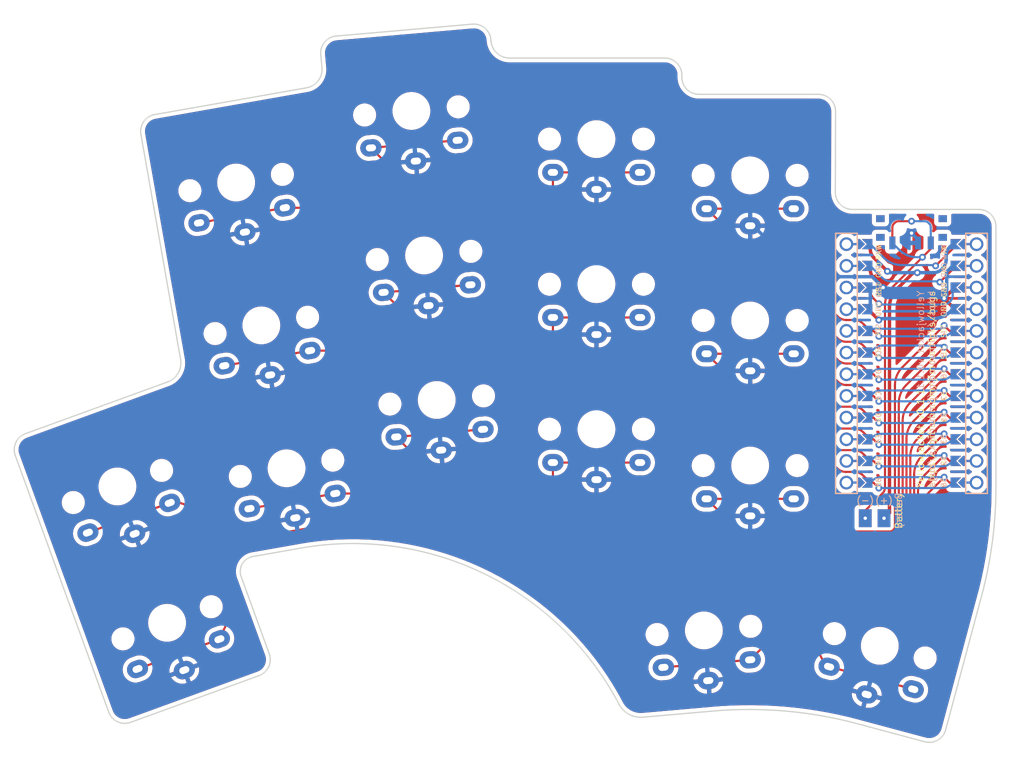
<source format=kicad_pcb>
(kicad_pcb (version 20210925) (generator pcbnew)
  (title_block (title "Yellowjacket") (date "2021-10-28") (rev "0.1.1") (company "jmnw"))
  (layers (0 "F.Cu" signal) (31 "B.Cu" signal) (34 "B.Paste" user) (35 "F.Paste" user) (36 "B.SilkS" user "B.Silkscreen") (37 "F.SilkS" user "F.Silkscreen") (38 "B.Mask" user) (39 "F.Mask" user) (44 "Edge.Cuts" user))
  (net 0 "")
  (net 1 "unconnected-(PSW1-Pad3)")
  (net 2 "switch1")
  (net 3 "switch2")
  (net 4 "switch3")
  (net 5 "switch4")
  (net 6 "switch5")
  (net 7 "switch6")
  (net 8 "switch7")
  (net 9 "switch8")
  (net 10 "switch9")
  (net 11 "switch10")
  (net 12 "switch11")
  (net 13 "switch12")
  (net 14 "switch13")
  (net 15 "switch14")
  (net 16 "switch15")
  (net 17 "unconnected-(U1-Pad22)")
  (net 18 "unconnected-(U1-Pad2)")
  (net 19 "unconnected-(U1-Pad1)")
  (net 20 "GND")
  (net 21 "VCC")
  (net 22 "Net-(BT1-Pad2)")
  (net 23 "raw")
  (net 24 "switch16")
  (footprint "bugs:Choc_reversible" (layer "F.Cu") (at 69.140757 53.617908 10)
    (fp_text reference "SW1" hide)
    (fp_text value "SW_PUSH" hide)
  )
  (footprint "bugs:Choc_reversible" (layer "F.Cu") (at 89.665856 45.226904 5)
    (fp_text reference "SW2" hide)
    (fp_text value "SW_PUSH" hide)
  )
  (footprint "bugs:Choc_reversible" (layer "F.Cu") (at 111.336195 48.530934)
    (fp_text reference "SW3" hide)
    (fp_text value "SW_PUSH" hide)
  )
  (footprint "bugs:Choc_reversible" (layer "F.Cu") (at 129.336202 52.780934)
    (fp_text reference "SW4" hide)
    (fp_text value "SW_PUSH" hide)
  )
  (footprint "bugs:Choc_reversible" (layer "F.Cu") (at 72.092776 70.359647 10)
    (fp_text reference "SW6" hide)
    (fp_text value "SW_PUSH" hide)
  )
  (footprint "bugs:Choc_reversible" (layer "F.Cu") (at 91.147505 62.162212 5)
    (fp_text reference "SW7" hide)
    (fp_text value "SW_PUSH" hide)
  )
  (footprint "bugs:Choc_reversible" (layer "F.Cu") (at 111.336208 65.530931)
    (fp_text reference "SW8" hide)
    (fp_text value "SW_PUSH" hide)
  )
  (footprint "bugs:Choc_reversible" (layer "F.Cu") (at 129.336199 69.780935)
    (fp_text reference "SW9" hide)
    (fp_text value "SW_PUSH" hide)
  )
  (footprint "bugs:Choc_reversible" (layer "F.Cu") (at 75.044799 87.101379 10)
    (fp_text reference "SW11" hide)
    (fp_text value "SW_PUSH" hide)
  )
  (footprint "bugs:Choc_reversible" (layer "F.Cu") (at 92.629142 79.097534 5)
    (fp_text reference "SW12" hide)
    (fp_text value "SW_PUSH" hide)
  )
  (footprint "bugs:Choc_reversible" (layer "F.Cu") (at 111.336204 82.530931)
    (fp_text reference "SW13" hide)
    (fp_text value "SW_PUSH" hide)
  )
  (footprint "bugs:Choc_reversible" (layer "F.Cu") (at 123.914429 106.102066 5)
    (fp_text reference "SW15" hide)
    (fp_text value "SW_PUSH" hide)
  )
  (footprint "bugs:Choc_reversible" (layer "F.Cu") (at 144.514159 107.904465 -15)
    (fp_text reference "SW16" hide)
    (fp_text value "SW_PUSH" hide)
  )
  (footprint "bugs:ProMicro_jumpers" (layer "F.Cu") (at 148.226199 74.810934)
    (fp_text reference "U1" hide)
    (fp_text value "ProMicro")
  )
  (footprint "bugs:Choc_reversible" (layer "F.Cu") (at 61.054614 105.207873 20)
    (fp_text reference "SW10" hide)
    (fp_text value "SW_PUSH" hide)
  )
  (footprint "bugs:Choc_reversible" (layer "F.Cu") (at 55.24027 89.233106 20)
    (fp_text reference "SW5" hide)
    (fp_text value "SW_PUSH" hide)
  )
  (footprint "bugs:Battery_pads_reversible" (layer "F.Cu") (at 143.911364 92.955777 180)
    (fp_text reference "BT1" hide)
    (fp_text value "Battery_Cell")
  )
  (footprint "bugs:Choc_reversible" (layer "F.Cu") (at 129.336204 86.780937)
    (fp_text reference "SW14" hide)
    (fp_text value "SW_PUSH" hide)
  )
  (footprint "bugs:Power_reversible" (layer "F.Cu") (at 148.23468 58.947747 180)
    (fp_text reference "PSW1" hide)
    (fp_text value "SW_SPDT")
  )
  (footprint "kbd:thread_m2" (layer "B.Cu") (at 71.371456 83.4963 -170)
    (fp_text reference "Ref**" hide)
    (fp_text value "Val**" hide)
  )
  (footprint "kbd:thread_m2" (layer "B.Cu") (at 68.417693 66.744712 -170)
    (fp_text reference "Ref**" hide)
    (fp_text value "Val**" hide)
  )
  (footprint "kbd:thread_m2" (layer "B.Cu") (at 126.344678 56.84275 180)
    (fp_text reference "Ref**" hide)
    (fp_text value "Val**" hide)
  )
  (gr_line (start 44.473102 83.04236) (end 61.10271 76.989758) (layer "Edge.Cuts") (width 0.15))
  (gr_line (start 71.085652 97.445928) (end 76.694628 96.456913) (layer "Edge.Cuts") (width 0.15))
  (gr_arc (start 81.04199 38.442534) (end 80.867682 36.450134) (angle -90) (layer "Edge.Cuts") (width 0.15))
  (gr_arc (start 108.194786 89.237753) (end 156.633187 101.31653) (angle -14.00185829) (layer "Edge.Cuts") (width 0.15))
  (gr_arc (start 156.116609 58.770532) (end 158.116608 58.770533) (angle -90) (layer "Edge.Cuts") (width 0.15))
  (gr_line (start 121.336222 41.031378) (end 121.336612 41.280525) (layer "Edge.Cuts") (width 0.15))
  (gr_line (start 142.05562 117.080324) (end 149.783018 119.150874) (layer "Edge.Cuts") (width 0.15))
  (gr_line (start 98.973495 36.873723) (end 98.987966 37.039096) (layer "Edge.Cuts") (width 0.15))
  (gr_arc (start 71.393437 99.191447) (end 71.085652 97.445928) (angle -100.0004913) (layer "Edge.Cuts") (width 0.15))
  (gr_arc (start 59.959623 47.620672) (end 59.612325 45.651059) (angle -90) (layer "Edge.Cuts") (width 0.15))
  (gr_arc (start 77.015989 40.366033) (end 77.394996 42.515487) (angle -84.99985992) (layer "Edge.Cuts") (width 0.15))
  (gr_line (start 141.310734 56.770523) (end 156.116608 56.770532) (layer "Edge.Cuts") (width 0.15))
  (gr_line (start 73.01713 108.835491) (end 69.727886 99.797674) (layer "Edge.Cuts") (width 0.15))
  (gr_arc (start 129.211703 164.348897) (end 124.742885 115.570686) (angle 20.43604538) (layer "Edge.Cuts") (width 0.15))
  (gr_arc (start 45.157133 84.921758) (end 44.473102 83.04236) (angle -90) (layer "Edge.Cuts") (width 0.15))
  (gr_line (start 123.336621 43.280528) (end 137.336399 43.280748) (layer "Edge.Cuts") (width 0.15))
  (gr_arc (start 150.300657 117.219022) (end 149.783018 119.150874) (angle -90) (layer "Edge.Cuts") (width 0.15))
  (gr_line (start 152.232511 117.736659) (end 156.633187 101.31653) (layer "Edge.Cuts") (width 0.15))
  (gr_arc (start 137.336395 45.280746) (end 139.336399 45.280745) (angle -90) (layer "Edge.Cuts") (width 0.15))
  (gr_line (start 71.821798 111.39893) (end 56.786439 116.871352) (layer "Edge.Cuts") (width 0.15))
  (gr_line (start 158.116608 58.770533) (end 158.116478 89.237807) (layer "Edge.Cuts") (width 0.15))
  (gr_arc (start 123.336613 41.28053) (end 121.336612 41.280525) (angle -90) (layer "Edge.Cuts") (width 0.15))
  (gr_line (start 101.162274 39.031481) (end 119.336227 39.031377) (layer "Edge.Cuts") (width 0.15))
  (gr_arc (start 116.521681 113.392548) (end 113.9 114.6) (angle -70.27275288) (layer "Edge.Cuts") (width 0.15))
  (gr_arc (start 71.137745 109.519542) (end 73.01713 108.835491) (angle 90) (layer "Edge.Cuts") (width 0.15))
  (gr_arc (start 101.162269 36.848865) (end 98.987966 37.039096) (angle -85.00013873) (layer "Edge.Cuts") (width 0.15))
  (gr_line (start 62.634798 74.336105) (end 57.990004 47.967966) (layer "Edge.Cuts") (width 0.15))
  (gr_arc (start 60.287504 74.749999) (end 61.10271 76.989758) (angle -79.99998711) (layer "Edge.Cuts") (width 0.15))
  (gr_arc (start 96.981102 37.048034) (end 98.973495 36.873723) (angle -90) (layer "Edge.Cuts") (width 0.15))
  (gr_line (start 43.27775 85.605795) (end 54.223001 115.67602) (layer "Edge.Cuts") (width 0.15))
  (gr_line (start 116.773337 116.26793) (end 124.742885 115.570686) (layer "Edge.Cuts") (width 0.15))
  (gr_arc (start 82.809479 131.136804) (end 113.9 114.6) (angle -71.99160254) (layer "Edge.Cuts") (width 0.15))
  (gr_line (start 79.049606 38.616839) (end 79.1903 40.175807) (layer "Edge.Cuts") (width 0.15))
  (gr_line (start 80.867682 36.450134) (end 96.806798 35.055648) (layer "Edge.Cuts") (width 0.15))
  (gr_arc (start 56.102386 114.991967) (end 56.786439 116.871352) (angle 90) (layer "Edge.Cuts") (width 0.15))
  (gr_line (start 59.612325 45.651059) (end 77.394996 42.515487) (layer "Edge.Cuts") (width 0.15))
  (gr_arc (start 119.336225 41.031377) (end 121.336222 41.031378) (angle -90) (layer "Edge.Cuts") (width 0.15))
  (gr_line (start 139.336399 45.280745) (end 139.310739 54.770533) (layer "Edge.Cuts") (width 0.15))
  (gr_arc (start 141.310739 54.770531) (end 139.310739 54.770533) (angle -90) (layer "Edge.Cuts") (width 0.15))
  (gr_text "Yellowjacket v0.1.1\nhttps://github.com/jimmerricks/bugs" (at 149.94 66.220003 90) (layer "B.SilkS") (effects (font (size 0.8 0.8) (thickness 0.1)) (justify left mirror)))
  (gr_text "Yellowjacket v0.1.1\nhttps://github.com/jimmerricks/bugs" (at 149.94 89.44 90) (layer "F.SilkS") (effects (font (size 0.8 0.8) (thickness 0.1)) (justify left)))
  (segment (start 145.984682 58.890986) (end 145.984681 60.697748) (width 0.25) (layer "F.Cu") (net 1))
  (segment (start 148.234681 58.147745) (end 146.727923 58.147746) (width 0.25) (layer "F.Cu") (net 1))
  (segment (start 146.261235 58.341055) (end 146.177993 58.424293) (width 0.25) (layer "F.Cu") (net 1))
  (via (at 148.234681 58.147745) (size 0.8) (drill 0.4) (layers "F.Cu" "B.Cu") (net 1))
  (arc (start 146.261235 58.341055) (mid 146.475353 58.197985) (end 146.727923 58.147746) (width 0.25) (layer "F.Cu") (net 1))
  (arc (start 146.177993 58.424293) (mid 146.034922 58.638414) (end 145.984682 58.890986) (width 0.25) (layer "F.Cu") (net 1))
  (segment (start 150.220968 58.341057) (end 150.291374 58.411464) (width 0.25) (layer "B.Cu") (net 1))
  (segment (start 150.484681 58.87815) (end 150.484686 60.697745) (width 0.25) (layer "B.Cu") (net 1))
  (segment (start 148.234681 58.147745) (end 149.754276 58.147743) (width 0.25) (layer "B.Cu") (net 1))
  (arc (start 150.291374 58.411464) (mid 150.434442 58.625582) (end 150.484681 58.87815) (width 0.25) (layer "B.Cu") (net 1))
  (arc (start 150.220968 58.341057) (mid 150.006848 58.197985) (end 149.754276 58.147743) (width 0.25) (layer "B.Cu") (net 1))
  (segment (start 136.641364 73.374459) (end 136.641365 68.904253) (width 0.25) (layer "F.Cu") (net 2))
  (segment (start 143.765205 78.620932) (end 143.400202 78.620935) (width 0.25) (layer "F.Cu") (net 2))
  (segment (start 101.992843 56.573054) (end 74.840504 56.573053) (width 0.25) (layer "F.Cu") (net 2))
  (segment (start 139.552027 76.906441) (end 137.080705 74.43512) (width 0.25) (layer "F.Cu") (net 2))
  (segment (start 141.503725 77.34578) (end 140.612687 77.345779) (width 0.25) (layer "F.Cu") (net 2))
  (segment (start 144.400202 79.255933) (end 143.765205 78.620932) (width 0.25) (layer "F.Cu") (net 2))
  (segment (start 136.202025 67.843593) (end 131.818307 63.459877) (width 0.25) (layer "F.Cu") (net 2))
  (segment (start 108.364945 61.702516) (end 104.114164 57.451734) (width 0.25) (layer "F.Cu") (net 2))
  (segment (start 129.696987 62.581198) (end 110.486266 62.581196) (width 0.25) (layer "F.Cu") (net 2))
  (segment (start 143.400202 78.620935) (end 142.564383 77.785118) (width 0.25) (layer "F.Cu") (net 2))
  (segment (start 64.795471 58.344265) (end 74.840509 56.573052) (width 0.25) (layer "F.Cu") (net 2))
  (via (at 144.400202 79.255933) (size 0.8) (drill 0.4) (layers "F.Cu" "B.Cu") (net 2))
  (arc (start 136.641365 68.904253) (mid 136.527183 68.330228) (end 136.202025 67.843593) (width 0.25) (layer "F.Cu") (net 2))
  (arc (start 139.552027 76.906441) (mid 140.038661 77.231598) (end 140.612687 77.345779) (width 0.25) (layer "F.Cu") (net 2))
  (arc (start 137.080705 74.43512) (mid 136.755545 73.948485) (end 136.641364 73.374459) (width 0.25) (layer "F.Cu") (net 2))
  (arc (start 101.992843 56.573054) (mid 103.140894 56.801416) (end 104.114164 57.451734) (width 0.25) (layer "F.Cu") (net 2))
  (arc (start 141.503725 77.34578) (mid 142.077749 77.45996) (end 142.564383 77.785118) (width 0.25) (layer "F.Cu") (net 2))
  (arc (start 108.364945 61.702516) (mid 109.338215 62.352835) (end 110.486266 62.581196) (width 0.25) (layer "F.Cu") (net 2))
  (arc (start 129.696987 62.581198) (mid 130.845037 62.809559) (end 131.818307 63.459877) (width 0.25) (layer "F.Cu") (net 2))
  (segment (start 144.400202 79.255933) (end 151.795877 79.255934) (width 0.25) (layer "B.Cu") (net 2))
  (segment (start 152.856543 78.816588) (end 153.052199 78.62093) (width 0.25) (layer "B.Cu") (net 2))
  (arc (start 151.795877 79.255934) (mid 152.369905 79.141752) (end 152.856543 78.816588) (width 0.25) (layer "B.Cu") (net 2))
  (segment (start 108.551145 61.252998) (end 104.300362 57.002214) (width 0.25) (layer "F.Cu") (net 3))
  (segment (start 90.613462 55.244854) (end 84.92517 49.556559) (width 0.25) (layer "F.Cu") (net 3))
  (segment (start 129.883187 62.131678) (end 110.672466 62.131678) (width 0.25) (layer "F.Cu") (net 3))
  (segment (start 143.4002 76.080934) (end 142.584384 75.265119) (width 0.25) (layer "F.Cu") (net 3))
  (segment (start 143.400201 76.08093) (end 143.765203 76.080933) (width 0.25) (layer "F.Cu") (net 3))
  (segment (start 137.090886 71.283979) (end 137.090886 68.718055) (width 0.25) (layer "F.Cu") (net 3))
  (segment (start 102.179041 56.123534) (end 92.734783 56.123534) (width 0.25) (layer "F.Cu") (net 3))
  (segment (start 143.765203 76.080933) (end 144.4002 76.715932) (width 0.25) (layer "F.Cu") (net 3))
  (segment (start 136.651546 67.657395) (end 132.004507 63.010357) (width 0.25) (layer "F.Cu") (net 3))
  (segment (start 84.925173 49.556559) (end 95.086359 48.667568) (width 0.25) (layer "F.Cu") (net 3))
  (segment (start 141.523724 74.82578) (end 140.632685 74.82578) (width 0.25) (layer "F.Cu") (net 3))
  (segment (start 139.572024 74.38644) (end 137.530225 72.344639) (width 0.25) (layer "F.Cu") (net 3))
  (via (at 144.4002 76.715932) (size 0.8) (drill 0.4) (layers "F.Cu" "B.Cu") (net 3))
  (arc (start 136.651546 67.657395) (mid 136.976705 68.14403) (end 137.090886 68.718055) (width 0.25) (layer "F.Cu") (net 3))
  (arc (start 90.613462 55.244854) (mid 91.586732 55.895173) (end 92.734783 56.123534) (width 0.25) (layer "F.Cu") (net 3))
  (arc (start 137.090886 71.283979) (mid 137.205067 71.858004) (end 137.530225 72.344639) (width 0.25) (layer "F.Cu") (net 3))
  (arc (start 142.584384 75.265119) (mid 142.097749 74.93996) (end 141.523724 74.82578) (width 0.25) (layer "F.Cu") (net 3))
  (arc (start 104.300362 57.002214) (mid 103.327093 56.351895) (end 102.179041 56.123534) (width 0.25) (layer "F.Cu") (net 3))
  (arc (start 129.883187 62.131678) (mid 131.031237 62.360039) (end 132.004507 63.010357) (width 0.25) (layer "F.Cu") (net 3))
  (arc (start 110.672466 62.131678) (mid 109.524415 61.903316) (end 108.551145 61.252998) (width 0.25) (layer "F.Cu") (net 3))
  (arc (start 140.632685 74.82578) (mid 140.058659 74.711599) (end 139.572024 74.38644) (width 0.25) (layer "F.Cu") (net 3))
  (segment (start 144.4002 76.715932) (end 151.795878 76.715934) (width 0.25) (layer "B.Cu") (net 3))
  (segment (start 152.856538 76.276595) (end 153.052199 76.080934) (width 0.25) (layer "B.Cu") (net 3))
  (arc (start 151.795878 76.715934) (mid 152.369903 76.601754) (end 152.856538 76.276595) (width 0.25) (layer "B.Cu") (net 3))
  (segment (start 143.765202 73.540933) (end 144.4002 74.175933) (width 0.25) (layer "F.Cu") (net 4))
  (segment (start 106.236196 52.430931) (end 116.436194 52.430927) (width 0.25) (layer "F.Cu") (net 4))
  (segment (start 137.540406 69.233496) (end 137.540407 68.531858) (width 0.25) (layer "F.Cu") (net 4))
  (segment (start 139.522025 71.836439) (end 137.979745 70.294157) (width 0.25) (layer "F.Cu") (net 4))
  (segment (start 106.236193 52.43093) (end 106.236194 57.05969) (width 0.25) (layer "F.Cu") (net 4))
  (segment (start 110.858664 61.682155) (end 110.858662 61.682157) (width 0.25) (layer "F.Cu") (net 4))
  (segment (start 130.069386 61.682155) (end 110.858664 61.682155) (width 0.25) (layer "F.Cu") (net 4))
  (segment (start 143.400199 73.540934) (end 142.574381 72.715116) (width 0.25) (layer "F.Cu") (net 4))
  (segment (start 137.101066 67.471197) (end 132.190707 62.560835) (width 0.25) (layer "F.Cu") (net 4))
  (segment (start 107.114874 59.18101) (end 108.737342 60.803478) (width 0.25) (layer "F.Cu") (net 4))
  (segment (start 141.513719 72.275777) (end 140.582688 72.275778) (width 0.25) (layer "F.Cu") (net 4))
  (segment (start 143.400201 73.540936) (end 143.765202 73.540933) (width 0.25) (layer "F.Cu") (net 4))
  (via (at 144.4002 74.175933) (size 0.8) (drill 0.4) (layers "F.Cu" "B.Cu") (net 4))
  (arc (start 137.540407 68.531858) (mid 137.426227 67.957833) (end 137.101066 67.471197) (width 0.25) (layer "F.Cu") (net 4))
  (arc (start 130.069386 61.682155) (mid 131.217437 61.910517) (end 132.190707 62.560835) (width 0.25) (layer "F.Cu") (net 4))
  (arc (start 107.114874 59.18101) (mid 106.464556 58.20774) (end 106.236194 57.05969) (width 0.25) (layer "F.Cu") (net 4))
  (arc (start 139.522025 71.836439) (mid 140.008661 72.161598) (end 140.582688 72.275778) (width 0.25) (layer "F.Cu") (net 4))
  (arc (start 137.540406 69.233496) (mid 137.654586 69.807521) (end 137.979745 70.294157) (width 0.25) (layer "F.Cu") (net 4))
  (arc (start 142.574381 72.715116) (mid 142.087745 72.389957) (end 141.513719 72.275777) (width 0.25) (layer "F.Cu") (net 4))
  (arc (start 108.737342 60.803478) (mid 109.710612 61.453796) (end 110.858662 61.682157) (width 0.25) (layer "F.Cu") (net 4))
  (segment (start 144.4002 74.175933) (end 151.795881 74.175932) (width 0.25) (layer "B.Cu") (net 4))
  (segment (start 152.856536 73.736597) (end 153.0522 73.540935) (width 0.25) (layer "B.Cu") (net 4))
  (arc (start 151.795881 74.175932) (mid 152.369903 74.061753) (end 152.856536 73.736597) (width 0.25) (layer "B.Cu") (net 4))
  (segment (start 139.552027 69.286439) (end 132.376905 62.111316) (width 0.25) (layer "F.Cu") (net 5))
  (segment (start 130.255585 61.232637) (end 130.030545 61.232637) (width 0.25) (layer "F.Cu") (net 5))
  (segment (start 143.400199 71.000934) (end 142.564383 70.165117) (width 0.25) (layer "F.Cu") (net 5))
  (segment (start 141.503721 69.725777) (end 140.612689 69.725778) (width 0.25) (layer "F.Cu") (net 5))
  (segment (start 124.236199 56.680931) (end 134.436202 56.680935) (width 0.25) (layer "F.Cu") (net 5))
  (segment (start 143.765196 71.000936) (end 144.4002 71.635934) (width 0.25) (layer "F.Cu") (net 5))
  (segment (start 143.400198 71.000935) (end 143.765196 71.000936) (width 0.25) (layer "F.Cu") (net 5))
  (segment (start 127.909225 60.353957) (end 124.236202 56.680934) (width 0.25) (layer "F.Cu") (net 5))
  (via (at 144.4002 71.635934) (size 0.8) (drill 0.4) (layers "F.Cu" "B.Cu") (net 5))
  (arc (start 140.612689 69.725778) (mid 140.038662 69.611597) (end 139.552027 69.286439) (width 0.25) (layer "F.Cu") (net 5))
  (arc (start 142.564383 70.165117) (mid 142.077747 69.839958) (end 141.503721 69.725777) (width 0.25) (layer "F.Cu") (net 5))
  (arc (start 130.255585 61.232637) (mid 131.403635 61.460998) (end 132.376905 62.111316) (width 0.25) (layer "F.Cu") (net 5))
  (arc (start 130.030545 61.232637) (mid 128.882494 61.004275) (end 127.909225 60.353957) (width 0.25) (layer "F.Cu") (net 5))
  (segment (start 152.856542 71.196591) (end 153.0522 71.000932) (width 0.25) (layer "B.Cu") (net 5))
  (segment (start 144.4002 71.635934) (end 151.795878 71.635935) (width 0.25) (layer "B.Cu") (net 5))
  (arc (start 152.856542 71.196591) (mid 152.369906 71.521753) (end 151.795878 71.635935) (width 0.25) (layer "B.Cu") (net 5))
  (segment (start 83.127271 91.384723) (end 83.127269 91.384725) (width 0.25) (layer "F.Cu") (net 6))
  (segment (start 145.965 96.306442) (end 109.533981 96.306442) (width 0.25) (layer "F.Cu") (net 6))
  (segment (start 101.248301 90.506046) (end 85.248592 90.506043) (width 0.25) (layer "F.Cu") (net 6))
  (segment (start 153.0522 81.160935) (end 152.6872 81.160935) (width 0.25) (layer "F.Cu") (net 6))
  (segment (start 68.266959 94.88241) (end 63.642732 91.644492) (width 0.25) (layer "F.Cu") (net 6))
  (segment (start 61.401059 91.147526) (end 61.366579 91.153605) (width 0.25) (layer "F.Cu") (net 6))
  (segment (start 148.089446 85.779446) (end 148.089445 94.181996) (width 0.25) (layer "F.Cu") (net 6))
  (segment (start 51.781713 94.642213) (end 61.366579 91.153606) (width 0.25) (layer "F.Cu") (net 6))
  (segment (start 152.6872 81.160935) (end 152.052198 80.525931) (width 0.25) (layer "F.Cu") (net 6))
  (segment (start 152.052198 80.525931) (end 148.968125 83.610004) (width 0.25) (layer "F.Cu") (net 6))
  (segment (start 147.603244 95.355792) (end 147.138799 95.820238) (width 0.25) (layer "F.Cu") (net 6))
  (segment (start 101.248301 90.506046) (end 101.248298 90.506046) (width 0.25) (layer "F.Cu") (net 6))
  (segment (start 148.089446 85.731324) (end 148.089446 85.779446) (width 0.25) (layer "F.Cu") (net 6))
  (segment (start 103.36962 91.384726) (end 103.369619 91.384726) (width 0.25) (layer "F.Cu") (net 6))
  (segment (start 80.047266 93.697459) (end 70.508633 95.379379) (width 0.25) (layer "F.Cu") (net 6))
  (segment (start 83.127269 91.384725) (end 81.647644 92.864353) (width 0.25) (layer "F.Cu") (net 6))
  (segment (start 107.412662 95.427764) (end 103.369619 91.384726) (width 0.25) (layer "F.Cu") (net 6))
  (segment (start 101.248298 90.506046) (end 101.248301 90.506046) (width 0.25) (layer "F.Cu") (net 6))
  (via (at 152.052198 80.525931) (size 0.8) (drill 0.4) (layers "F.Cu" "B.Cu") (net 6))
  (arc (start 147.138799 95.820238) (mid 146.600256 96.180082) (end 145.965 96.306442) (width 0.25) (layer "F.Cu") (net 6))
  (arc (start 107.412662 95.427764) (mid 108.385932 96.078081) (end 109.533981 96.306442) (width 0.25) (layer "F.Cu") (net 6))
  (arc (start 103.36962 91.384726) (mid 102.39635 90.734407) (end 101.248298 90.506046) (width 0.25) (layer "F.Cu") (net 6))
  (arc (start 148.089446 85.731324) (mid 148.317807 84.583274) (end 148.968125 83.610004) (width 0.25) (layer "F.Cu") (net 6))
  (arc (start 63.642732 91.644492) (mid 62.571322 91.173061) (end 61.401059 91.147526) (width 0.25) (layer "F.Cu") (net 6))
  (arc (start 83.127271 91.384723) (mid 84.100541 90.734405) (end 85.248592 90.506043) (width 0.25) (layer "F.Cu") (net 6))
  (arc (start 147.603244 95.355792) (mid 147.963086 94.81725) (end 148.089445 94.181996) (width 0.25) (layer "F.Cu") (net 6))
  (arc (start 81.647644 92.864353) (mid 80.911568 93.404066) (end 80.047266 93.697459) (width 0.25) (layer "F.Cu") (net 6))
  (arc (start 70.508633 95.379379) (mid 69.338369 95.353841) (end 68.266959 94.88241) (width 0.25) (layer "F.Cu") (net 6))
  (segment (start 143.595859 80.965276) (end 143.400201 81.160935) (width 0.25) (layer "B.Cu") (net 6))
  (segment (start 152.052198 80.525931) (end 144.656519 80.525935) (width 0.25) (layer "B.Cu") (net 6))
  (arc (start 143.595859 80.965276) (mid 144.082494 80.640116) (end 144.656519 80.525935) (width 0.25) (layer "B.Cu") (net 6))
  (segment (start 103.645904 74.193472) (end 108.184947 78.732515) (width 0.25) (layer "F.Cu") (net 7))
  (segment (start 110.306267 79.611194) (end 130.784143 79.611196) (width 0.25) (layer "F.Cu") (net 7))
  (segment (start 67.747486 75.086003) (end 77.792523 73.314794) (width 0.25) (layer "F.Cu") (net 7))
  (segment (start 142.584384 87.965119) (end 143.400199 88.780937) (width 0.25) (layer "F.Cu") (net 7))
  (segment (start 77.792523 73.314792) (end 101.524583 73.314792) (width 0.25) (layer "F.Cu") (net 7))
  (segment (start 140.562687 87.525778) (end 141.523721 87.525777) (width 0.25) (layer "F.Cu") (net 7))
  (segment (start 143.400196 88.780933) (end 143.765201 88.780933) (width 0.25) (layer "F.Cu") (net 7))
  (segment (start 132.905464 80.489876) (end 139.502026 87.086438) (width 0.25) (layer "F.Cu") (net 7))
  (segment (start 143.765201 88.780933) (end 144.400197 89.415935) (width 0.25) (layer "F.Cu") (net 7))
  (via (at 144.400197 89.415935) (size 0.8) (drill 0.4) (layers "F.Cu" "B.Cu") (net 7))
  (arc (start 141.523721 87.525777) (mid 142.097748 87.639958) (end 142.584384 87.965119) (width 0.25) (layer "F.Cu") (net 7))
  (arc (start 103.645904 74.193472) (mid 102.672634 73.543153) (end 101.524583 73.314792) (width 0.25) (layer "F.Cu") (net 7))
  (arc (start 108.184947 78.732515) (mid 109.158217 79.382833) (end 110.306267 79.611194) (width 0.25) (layer "F.Cu") (net 7))
  (arc (start 140.562687 87.525778) (mid 139.988661 87.411596) (end 139.502026 87.086438) (width 0.25) (layer "F.Cu") (net 7))
  (arc (start 132.905464 80.489876) (mid 131.932194 79.839557) (end 130.784143 79.611196) (width 0.25) (layer "F.Cu") (net 7))
  (segment (start 144.400197 89.415935) (end 151.795879 89.415935) (width 0.25) (layer "B.Cu") (net 7))
  (segment (start 152.856538 88.976597) (end 153.052198 88.780937) (width 0.25) (layer "B.Cu") (net 7))
  (arc (start 152.856538 88.976597) (mid 152.369903 89.301755) (end 151.795879 89.415935) (width 0.25) (layer "B.Cu") (net 7))
  (segment (start 96.568006 65.602877) (end 96.568004 65.844142) (width 0.25) (layer "F.Cu") (net 8))
  (segment (start 110.49247 79.16168) (end 110.492463 79.161674) (width 0.25) (layer "F.Cu") (net 8))
  (segment (start 86.406817 66.491867) (end 96.567999 65.60288) (width 0.25) (layer "F.Cu") (net 8))
  (segment (start 108.371146 78.282995) (end 103.832094 73.74395) (width 0.25) (layer "F.Cu") (net 8))
  (segment (start 141.51372 84.975777) (end 138.648405 84.975779) (width 0.25) (layer "F.Cu") (net 8))
  (segment (start 91.901545 71.986592) (end 86.406819 66.491866) (width 0.25) (layer "F.Cu") (net 8))
  (segment (start 130.970343 79.16168) (end 110.49247 79.16168) (width 0.25) (layer "F.Cu") (net 8))
  (segment (start 101.710775 72.865272) (end 94.022865 72.865272) (width 0.25) (layer "F.Cu") (net 8))
  (segment (start 137.587744 84.536439) (end 133.091663 80.040359) (width 0.25) (layer "F.Cu") (net 8))
  (segment (start 143.765202 86.240933) (end 144.400199 86.875931) (width 0.25) (layer "F.Cu") (net 8))
  (segment (start 142.574382 85.415117) (end 143.400199 86.240934) (width 0.25) (layer "F.Cu") (net 8))
  (segment (start 143.400202 86.240933) (end 143.765202 86.240933) (width 0.25) (layer "F.Cu") (net 8))
  (via (at 144.400199 86.875931) (size 0.8) (drill 0.4) (layers "F.Cu" "B.Cu") (net 8))
  (arc (start 94.022865 72.865272) (mid 92.874815 72.63691) (end 91.901545 71.986592) (width 0.25) (layer "F.Cu") (net 8))
  (arc (start 110.492463 79.161674) (mid 109.344416 78.933312) (end 108.371146 78.282995) (width 0.25) (layer "F.Cu") (net 8))
  (arc (start 103.832094 73.74395) (mid 102.858824 73.093633) (end 101.710775 72.865272) (width 0.25) (layer "F.Cu") (net 8))
  (arc (start 142.574382 85.415117) (mid 142.087747 85.089957) (end 141.51372 84.975777) (width 0.25) (layer "F.Cu") (net 8))
  (arc (start 133.091663 80.040359) (mid 132.118393 79.390041) (end 130.970343 79.16168) (width 0.25) (layer "F.Cu") (net 8))
  (arc (start 138.648405 84.975779) (mid 138.074379 84.861598) (end 137.587744 84.536439) (width 0.25) (layer "F.Cu") (net 8))
  (segment (start 144.400199 86.875931) (end 151.795877 86.875937) (width 0.25) (layer "B.Cu") (net 8))
  (segment (start 152.856544 86.436591) (end 153.052201 86.240932) (width 0.25) (layer "B.Cu") (net 8))
  (arc (start 151.795877 86.875937) (mid 152.369907 86.761755) (end 152.856544 86.436591) (width 0.25) (layer "B.Cu") (net 8))
  (segment (start 107.114888 76.391025) (end 108.557338 77.833475) (width 0.25) (layer "F.Cu") (net 9))
  (segment (start 143.7652 83.700934) (end 144.400198 84.335933) (width 0.25) (layer "F.Cu") (net 9))
  (segment (start 143.400201 83.700935) (end 142.584381 82.885115) (width 0.25) (layer "F.Cu") (net 9))
  (segment (start 141.523721 82.445776) (end 136.75412 82.445777) (width 0.25) (layer "F.Cu") (net 9))
  (segment (start 106.236211 69.430928) (end 116.436207 69.430925) (width 0.25) (layer "F.Cu") (net 9))
  (segment (start 106.236208 69.430931) (end 106.236208 74.269704) (width 0.25) (layer "F.Cu") (net 9))
  (segment (start 131.156537 78.712155) (end 110.678659 78.712155) (width 0.25) (layer "F.Cu") (net 9))
  (segment (start 135.693462 82.006437) (end 133.277857 79.590834) (width 0.25) (layer "F.Cu") (net 9))
  (segment (start 143.400201 83.700932) (end 143.7652 83.700934) (width 0.25) (layer "F.Cu") (net 9))
  (via (at 144.400198 84.335933) (size 0.8) (drill 0.4) (layers "F.Cu" "B.Cu") (net 9))
  (arc (start 106.236208 74.269704) (mid 106.46457 75.417755) (end 107.114888 76.391025) (width 0.25) (layer "F.Cu") (net 9))
  (arc (start 133.277857 79.590834) (mid 132.304588 78.940516) (end 131.156537 78.712155) (width 0.25) (layer "F.Cu") (net 9))
  (arc (start 135.693462 82.006437) (mid 136.180096 82.331596) (end 136.75412 82.445777) (width 0.25) (layer "F.Cu") (net 9))
  (arc (start 141.523721 82.445776) (mid 142.097746 82.559957) (end 142.584381 82.885115) (width 0.25) (layer "F.Cu") (net 9))
  (arc (start 108.557338 77.833475) (mid 109.530608 78.483793) (end 110.678659 78.712155) (width 0.25) (layer "F.Cu") (net 9))
  (segment (start 152.85654 83.896596) (end 153.052201 83.700935) (width 0.25) (layer "B.Cu") (net 9))
  (segment (start 144.400198 84.335933) (end 151.795881 84.335934) (width 0.25) (layer "B.Cu") (net 9))
  (arc (start 152.85654 83.896596) (mid 152.369905 84.221754) (end 151.795881 84.335934) (width 0.25) (layer "B.Cu") (net 9))
  (segment (start 133.464057 79.141316) (end 133.769179 79.446438) (width 0.25) (layer "F.Cu") (net 10))
  (segment (start 124.236204 73.680935) (end 127.939223 77.383955) (width 0.25) (layer "F.Cu") (net 10))
  (segment (start 143.400201 81.160935) (end 143.765195 81.160932) (width 0.25) (layer "F.Cu") (net 10))
  (segment (start 124.236203 73.680933) (end 134.436203 73.680933) (width 0.25) (layer "F.Cu") (net 10))
  (segment (start 143.765195 81.160932) (end 144.400202 81.795933) (width 0.25) (layer "F.Cu") (net 10))
  (segment (start 142.564385 80.325119) (end 143.400198 81.160934) (width 0.25) (layer "F.Cu") (net 10))
  (segment (start 134.82984 79.885779) (end 141.503724 79.885778) (width 0.25) (layer "F.Cu") (net 10))
  (segment (start 130.060546 78.262635) (end 131.342733 78.262634) (width 0.25) (layer "F.Cu") (net 10))
  (via (at 144.400202 81.795933) (size 0.8) (drill 0.4) (layers "F.Cu" "B.Cu") (net 10))
  (arc (start 131.342733 78.262634) (mid 132.490786 78.490996) (end 133.464057 79.141316) (width 0.25) (layer "F.Cu") (net 10))
  (arc (start 130.060546 78.262635) (mid 128.912494 78.034274) (end 127.939223 77.383955) (width 0.25) (layer "F.Cu") (net 10))
  (arc (start 142.564385 80.325119) (mid 142.07775 79.999958) (end 141.503724 79.885778) (width 0.25) (layer "F.Cu") (net 10))
  (arc (start 134.82984 79.885779) (mid 134.255814 79.771598) (end 133.769179 79.446438) (width 0.25) (layer "F.Cu") (net 10))
  (segment (start 152.856542 81.356593) (end 153.0522 81.160935) (width 0.25) (layer "B.Cu") (net 10))
  (segment (start 144.400202 81.795933) (end 151.795882 81.795933) (width 0.25) (layer "B.Cu") (net 10))
  (arc (start 152.856542 81.356593) (mid 152.369907 81.681752) (end 151.795882 81.795933) (width 0.25) (layer "B.Cu") (net 10))
  (segment (start 152.052198 83.065936) (end 149.417645 85.700489) (width 0.25) (layer "F.Cu") (net 11))
  (segment (start 67.180924 107.128371) (end 68.628614 104.02379) (width 0.25) (layer "F.Cu") (net 11))
  (segment (start 101.062104 90.955565) (end 92.824434 90.955566) (width 0.25) (layer "F.Cu") (net 11))
  (segment (start 80.264742 94.115698) (end 70.417846 95.851972) (width 0.25) (layer "F.Cu") (net 11))
  (segment (start 148.538966 87.821809) (end 148.538966 94.115916) (width 0.25) (layer "F.Cu") (net 11))
  (segment (start 57.596057 110.61698) (end 67.180926 107.128375) (width 0.25) (layer "F.Cu") (net 11))
  (segment (start 68.481333 97.085666) (end 68.427677 97.162296) (width 0.25) (layer "F.Cu") (net 11))
  (segment (start 153.052201 83.700935) (end 152.687199 83.700932) (width 0.25) (layer "F.Cu") (net 11))
  (segment (start 92.824434 90.955566) (end 85.434786 90.955566) (width 0.25) (layer "F.Cu") (net 11))
  (segment (start 147.856525 95.763475) (end 147.546479 96.073521) (width 0.25) (layer "F.Cu") (net 11))
  (segment (start 68.72877 101.729874) (end 68.36095 100.719301) (width 0.25) (layer "F.Cu") (net 11))
  (segment (start 83.313465 91.834247) (end 81.865118 93.282594) (width 0.25) (layer "F.Cu") (net 11))
  (segment (start 103.183424 91.843424) (end 103.183424 91.834245) (width 0.25) (layer "F.Cu") (net 11))
  (segment (start 145.89892 96.755962) (end 109.338603 96.755962) (width 0.25) (layer "F.Cu") (net 11))
  (segment (start 68.36095 100.719301) (end 68.066055 99.909084) (width 0.25) (layer "F.Cu") (net 11))
  (segment (start 107.217282 95.877282) (end 103.183424 91.843424) (width 0.25) (layer "F.Cu") (net 11))
  (segment (start 152.687199 83.700932) (end 152.052198 83.065936) (width 0.25) (layer "F.Cu") (net 11))
  (via (at 152.052198 83.065936) (size 0.8) (drill 0.4) (layers "F.Cu" "B.Cu") (net 11))
  (arc (start 68.066055 99.909084) (mid 67.910799 98.491445) (end 68.427677 97.162296) (width 0.25) (layer "F.Cu") (net 11))
  (arc (start 80.264742 94.115698) (mid 81.129043 93.822308) (end 81.865118 93.282594) (width 0.25) (layer "F.Cu") (net 11))
  (arc (start 68.628614 104.02379) (mid 68.906836 102.886793) (end 68.72877 101.729874) (width 0.25) (layer "F.Cu") (net 11))
  (arc (start 103.183424 91.834245) (mid 102.210155 91.183927) (end 101.062104 90.955565) (width 0.25) (layer "F.Cu") (net 11))
  (arc (start 145.89892 96.755962) (mid 146.790572 96.578601) (end 147.546479 96.073521) (width 0.25) (layer "F.Cu") (net 11))
  (arc (start 70.417846 95.851972) (mid 69.326891 96.276221) (end 68.481333 97.085666) (width 0.25) (layer "F.Cu") (net 11))
  (arc (start 148.538966 94.115916) (mid 148.361605 95.007568) (end 147.856525 95.763475) (width 0.25) (layer "F.Cu") (net 11))
  (arc (start 109.338603 96.755962) (mid 108.190552 96.527599) (end 107.217282 95.877282) (width 0.25) (layer "F.Cu") (net 11))
  (arc (start 85.434786 90.955566) (mid 84.286735 91.183928) (end 83.313465 91.834247) (width 0.25) (layer "F.Cu") (net 11))
  (arc (start 148.538966 87.821809) (mid 148.767328 86.67376) (end 149.417645 85.700489) (width 0.25) (layer "F.Cu") (net 11))
  (segment (start 152.052198 83.065936) (end 144.656519 83.065933) (width 0.25) (layer "B.Cu") (net 11))
  (segment (start 143.595859 83.505273) (end 143.400201 83.700932) (width 0.25) (layer "B.Cu") (net 11))
  (arc (start 144.656519 83.065933) (mid 144.082495 83.180114) (end 143.595859 83.505273) (width 0.25) (layer "B.Cu") (net 11))
  (segment (start 152.052203 77.985935) (end 148.518604 81.519534) (width 0.25) (layer "F.Cu") (net 12))
  (segment (start 152.687203 78.620935) (end 152.052204 77.985935) (width 0.25) (layer "F.Cu") (net 12))
  (segment (start 70.699505 91.827732) (end 80.744543 90.056525) (width 0.25) (layer "F.Cu") (net 12))
  (segment (start 101.434499 90.056523) (end 80.744546 90.056524) (width 0.25) (layer "F.Cu") (net 12))
  (segment (start 147.639925 83.640855) (end 147.639926 94.132486) (width 0.25) (layer "F.Cu") (net 12))
  (segment (start 107.598857 94.978242) (end 103.555821 90.935203) (width 0.25) (layer "F.Cu") (net 12))
  (segment (start 142.337537 95.856922) (end 109.720177 95.856921) (width 0.25) (layer "F.Cu") (net 12))
  (segment (start 153.052199 78.62093) (end 152.687203 78.620935) (width 0.25) (layer "F.Cu") (net 12))
  (segment (start 145.915493 95.856919) (end 142.337537 95.856922) (width 0.25) (layer "F.Cu") (net 12))
  (segment (start 147.250377 95.072939) (end 146.855944 95.467372) (width 0.25) (layer "F.Cu") (net 12))
  (via (at 152.052204 77.985935) (size 0.8) (drill 0.4) (layers "F.Cu" "B.Cu") (net 12))
  (arc (start 103.555821 90.935203) (mid 102.582549 90.284885) (end 101.434499 90.056523) (width 0.25) (layer "F.Cu") (net 12))
  (arc (start 147.639926 94.132486) (mid 147.538685 94.641456) (end 147.250377 95.072939) (width 0.25) (layer "F.Cu") (net 12))
  (arc (start 109.720177 95.856921) (mid 108.572127 95.628561) (end 107.598857 94.978242) (width 0.25) (layer "F.Cu") (net 12))
  (arc (start 147.639925 83.640855) (mid 147.868285 82.492804) (end 148.518604 81.519534) (width 0.25) (layer "F.Cu") (net 12))
  (arc (start 146.855944 95.467372) (mid 146.424461 95.755679) (end 145.915493 95.856919) (width 0.25) (layer "F.Cu") (net 12))
  (segment (start 152.052204 77.985935) (end 144.65652 77.985935) (width 0.25) (layer "B.Cu") (net 12))
  (segment (start 143.595862 78.425272) (end 143.400199 78.620935) (width 0.25) (layer "B.Cu") (net 12))
  (arc (start 144.65652 77.985935) (mid 144.082497 78.100115) (end 143.595862 78.425272) (width 0.25) (layer "B.Cu") (net 12))
  (segment (start 107.785055 94.528721) (end 103.742016 90.485681) (width 0.25) (layer "F.Cu") (net 13))
  (segment (start 98.049644 82.538197) (end 98.049641 83.460058) (width 0.25) (layer "F.Cu") (net 13))
  (segment (start 147.190404 83.400404) (end 147.190408 94.08298) (width 0.25) (layer "F.Cu") (net 13))
  (segment (start 101.620695 89.607003) (end 95.310918 89.607003) (width 0.25) (layer "F.Cu") (net 13))
  (segment (start 93.189592 88.728327) (end 87.888454 83.427188) (width 0.25) (layer "F.Cu") (net 13))
  (segment (start 152.6872 76.080935) (end 152.052201 75.445934) (width 0.25) (layer "F.Cu") (net 13))
  (segment (start 153.052199 76.080934) (end 152.6872 76.080935) (width 0.25) (layer "F.Cu") (net 13))
  (segment (start 87.888454 83.427188) (end 98.049639 82.538203) (width 0.25) (layer "F.Cu") (net 13))
  (segment (start 95.310918 89.607003) (end 95.310914 89.607007) (width 0.25) (layer "F.Cu") (net 13))
  (segment (start 145.865986 95.4074) (end 109.906375 95.407401) (width 0.25) (layer "F.Cu") (net 13))
  (segment (start 146.897513 94.790089) (end 146.573091 95.114509) (width 0.25) (layer "F.Cu") (net 13))
  (segment (start 147.190404 81.550373) (end 147.190404 83.400404) (width 0.25) (layer "F.Cu") (net 13))
  (segment (start 152.052201 75.445934) (end 148.069083 79.429053) (width 0.25) (layer "F.Cu") (net 13))
  (via (at 152.052201 75.445934) (size 0.8) (drill 0.4) (layers "F.Cu" "B.Cu") (net 13))
  (arc (start 148.069083 79.429053) (mid 147.418765 80.402323) (end 147.190404 81.550373) (width 0.25) (layer "F.Cu") (net 13))
  (arc (start 95.310914 89.607007) (mid 94.162863 89.378646) (end 93.189592 88.728327) (width 0.25) (layer "F.Cu") (net 13))
  (arc (start 109.906375 95.407401) (mid 108.758325 95.179039) (end 107.785055 94.528721) (width 0.25) (layer "F.Cu") (net 13))
  (arc (start 146.573091 95.114509) (mid 146.248668 95.33128) (end 145.865986 95.4074) (width 0.25) (layer "F.Cu") (net 13))
  (arc (start 101.620695 89.607003) (mid 102.768745 89.835364) (end 103.742016 90.485681) (width 0.25) (layer "F.Cu") (net 13))
  (arc (start 147.190408 94.08298) (mid 147.114287 94.465665) (end 146.897513 94.790089) (width 0.25) (layer "F.Cu") (net 13))
  (segment (start 143.595863 75.88527) (end 143.400201 76.08093) (width 0.25) (layer "B.Cu") (net 13))
  (segment (start 152.052201 75.445934) (end 144.656518 75.445935) (width 0.25) (layer "B.Cu") (net 13))
  (arc (start 143.595863 75.88527) (mid 144.082496 75.560115) (end 144.656518 75.445935) (width 0.25) (layer "B.Cu") (net 13))
  (segment (start 106.236204 86.430925) (end 116.436205 86.430931) (width 0.25) (layer "F.Cu") (net 14))
  (segment (start 152.052201 72.905932) (end 147.619563 77.33857) (width 0.25) (layer "F.Cu") (net 14))
  (segment (start 107.114884 93.222833) (end 107.971254 94.079203) (width 0.25) (layer "F.Cu") (net 14))
  (segment (start 110.092575 94.957884) (end 145.820619 94.957882) (width 0.25) (layer "F.Cu") (net 14))
  (segment (start 146.740886 94.037615) (end 146.740884 81.190884) (width 0.25) (layer "F.Cu") (net 14))
  (segment (start 106.236202 86.430931) (end 106.236205 91.101515) (width 0.25) (layer "F.Cu") (net 14))
  (segment (start 152.687195 73.540934) (end 152.052204 72.905932) (width 0.25) (layer "F.Cu") (net 14))
  (segment (start 146.740884 79.45989) (end 146.740884 81.190884) (width 0.25) (layer "F.Cu") (net 14))
  (segment (start 146.287312 94.764571) (end 146.547577 94.504304) (width 0.25) (layer "F.Cu") (net 14))
  (segment (start 153.0522 73.540935) (end 152.687195 73.540934) (width 0.25) (layer "F.Cu") (net 14))
  (segment (start 152.052204 72.905932) (end 152.052201 72.905932) (width 0.25) (layer "F.Cu") (net 14))
  (via (at 152.052204 72.905932) (size 0.8) (drill 0.4) (layers "F.Cu" "B.Cu") (net 14))
  (arc (start 146.547577 94.504304) (mid 146.690646 94.290184) (end 146.740886 94.037615) (width 0.25) (layer "F.Cu") (net 14))
  (arc (start 147.619563 77.33857) (mid 146.969245 78.31184) (end 146.740884 79.45989) (width 0.25) (layer "F.Cu") (net 14))
  (arc (start 107.971254 94.079203) (mid 108.944524 94.729523) (end 110.092575 94.957884) (width 0.25) (layer "F.Cu") (net 14))
  (arc (start 145.820619 94.957882) (mid 146.073192 94.907642) (end 146.287312 94.764571) (width 0.25) (layer "F.Cu") (net 14))
  (arc (start 107.114884 93.222833) (mid 106.464566 92.249564) (end 106.236205 91.101515) (width 0.25) (layer "F.Cu") (net 14))
  (segment (start 143.785381 73.155756) (end 143.400201 73.540936) (width 0.25) (layer "B.Cu") (net 14))
  (segment (start 152.052204 72.905932) (end 151.862682 72.716412) (width 0.25) (layer "B.Cu") (net 14))
  (segment (start 151.862682 72.716412) (end 144.84604 72.716417) (width 0.25) (layer "B.Cu") (net 14))
  (arc (start 143.785381 73.155756) (mid 144.272016 72.830597) (end 144.84604 72.716417) (width 0.25) (layer "B.Cu") (net 14))
  (segment (start 146.291364 93.988111) (end 146.291363 79.428637) (width 0.25) (layer "F.Cu") (net 15))
  (segment (start 146.291363 77.369416) (end 146.291363 79.428637) (width 0.25) (layer "F.Cu") (net 15))
  (segment (start 124.236205 90.680937) (end 127.184954 93.629682) (width 0.25) (layer "F.Cu") (net 15))
  (segment (start 146.00446 94.411707) (end 146.19471 94.221456) (width 0.25) (layer "F.Cu") (net 15))
  (segment (start 153.0522 71.000932) (end 152.687196 71.000933) (width 0.25) (layer "F.Cu") (net 15))
  (segment (start 124.236205 90.680937) (end 134.436206 90.680933) (width 0.25) (layer "F.Cu") (net 15))
  (segment (start 152.687196 71.000933) (end 152.052203 70.365936) (width 0.25) (layer "F.Cu") (net 15))
  (segment (start 129.306273 94.508359) (end 145.771114 94.508363) (width 0.25) (layer "F.Cu") (net 15))
  (segment (start 152.052203 70.365936) (end 147.170042 75.248096) (width 0.25) (layer "F.Cu") (net 15))
  (via (at 152.052203 70.365936) (size 0.8) (drill 0.4) (layers "F.Cu" "B.Cu") (net 15))
  (arc (start 129.306273 94.508359) (mid 128.158223 94.279999) (end 127.184954 93.629682) (width 0.25) (layer "F.Cu") (net 15))
  (arc (start 146.291364 93.988111) (mid 146.266245 94.114396) (end 146.19471 94.221456) (width 0.25) (layer "F.Cu") (net 15))
  (arc (start 147.170042 75.248096) (mid 146.519724 76.221366) (end 146.291363 77.369416) (width 0.25) (layer "F.Cu") (net 15))
  (arc (start 145.771114 94.508363) (mid 145.8974 94.483242) (end 146.00446 94.411707) (width 0.25) (layer "F.Cu") (net 15))
  (segment (start 151.6672 70.750934) (end 152.052203 70.365936) (width 0.25) (layer "B.Cu") (net 15))
  (segment (start 143.400198 71.000935) (end 143.6502 70.750935) (width 0.25) (layer "B.Cu") (net 15))
  (segment (start 143.6502 70.750935) (end 151.6672 70.750934) (width 0.25) (layer "B.Cu") (net 15))
  (segment (start 148.209389 96.046328) (end 147.829331 96.426386) (width 0.25) (layer "F.Cu") (net 16))
  (segment (start 148.988486 89.912289) (end 148.988486 94.165424) (width 0.25) (layer "F.Cu") (net 16))
  (segment (start 153.052201 86.240932) (end 152.6872 86.240934) (width 0.25) (layer "F.Cu") (net 16))
  (segment (start 129.334928 109.542733) (end 119.173741 110.431719) (width 0.25) (layer "F.Cu") (net 16))
  (segment (start 152.6872 86.240934) (end 152.052202 85.605932) (width 0.25) (layer "F.Cu") (net 16))
  (segment (start 140.793498 98.084162) (end 129.334929 109.542731) (width 0.25) (layer "F.Cu") (net 16))
  (segment (start 145.948427 97.205482) (end 142.914819 97.205482) (width 0.25) (layer "F.Cu") (net 16))
  (segment (start 152.052202 85.605932) (end 149.867165 87.790969) (width 0.25) (layer "F.Cu") (net 16))
  (via (at 152.052202 85.605932) (size 0.8) (drill 0.4) (layers "F.Cu" "B.Cu") (net 16))
  (arc (start 148.988486 89.912289) (mid 149.216847 88.764239) (end 149.867165 87.790969) (width 0.25) (layer "F.Cu") (net 16))
  (arc (start 140.793498 98.084162) (mid 141.766768 97.433842) (end 142.914819 97.205482) (width 0.25) (layer "F.Cu") (net 16))
  (arc (start 147.829331 96.426386) (mid 146.966365 97.003002) (end 145.948427 97.205482) (width 0.25) (layer "F.Cu") (net 16))
  (arc (start 148.209389 96.046328) (mid 148.786005 95.183362) (end 148.988486 94.165424) (width 0.25) (layer "F.Cu") (net 16))
  (segment (start 143.595863 86.045272) (end 143.400202 86.240933) (width 0.25) (layer "B.Cu") (net 16))
  (segment (start 152.052202 85.605932) (end 144.656522 85.605934) (width 0.25) (layer "B.Cu") (net 16))
  (arc (start 143.595863 86.045272) (mid 144.082498 85.720114) (end 144.656522 85.605934) (width 0.25) (layer "B.Cu") (net 16))
  (segment (start 143.839538 67.265272) (end 144.400198 67.825935) (width 0.25) (layer "F.Cu") (net 17))
  (segment (start 143.400201 65.920935) (end 143.400201 66.204615) (width 0.25) (layer "F.Cu") (net 17))
  (via (at 144.400198 67.825935) (size 0.8) (drill 0.4) (layers "F.Cu" "B.Cu") (net 17))
  (arc (start 143.839538 67.265272) (mid 143.51438 66.778637) (end 143.400201 66.204615) (width 0.25) (layer "F.Cu") (net 17))
  (segment (start 152.67974 67.622551) (end 152.75931 67.54298) (width 0.25) (layer "B.Cu") (net 17))
  (segment (start 144.489715 67.915444) (end 151.972632 67.915445) (width 0.25) (layer "B.Cu") (net 17))
  (segment (start 153.052202 66.835875) (end 153.052201 65.920934) (width 0.25) (layer "B.Cu") (net 17))
  (segment (start 144.400198 67.825935) (end 144.489715 67.915444) (width 0.25) (layer "B.Cu") (net 17))
  (arc (start 152.67974 67.622551) (mid 152.355316 67.839325) (end 151.972632 67.915445) (width 0.25) (layer "B.Cu") (net 17))
  (arc (start 153.052202 66.835875) (mid 152.976082 67.218557) (end 152.75931 67.54298) (width 0.25) (layer "B.Cu") (net 17))
  (segment (start 153.0522 63.785931) (end 153.052197 63.380936) (width 0.25) (layer "F.Cu") (net 18))
  (segment (start 151.5522 65.285934) (end 153.0522 63.785931) (width 0.25) (layer "F.Cu") (net 18))
  (via (at 151.5522 65.285934) (size 0.8) (drill 0.4) (layers "F.Cu" "B.Cu") (net 18))
  (segment (start 151.46269 65.196423) (end 145.837011 65.196425) (width 0.25) (layer "B.Cu") (net 18))
  (segment (start 151.5522 65.285934) (end 151.46269 65.196423) (width 0.25) (layer "B.Cu") (net 18))
  (segment (start 144.77635 64.757085) (end 143.400202 63.380935) (width 0.25) (layer "B.Cu") (net 18))
  (arc (start 145.837011 65.196425) (mid 145.262986 65.082245) (end 144.77635 64.757085) (width 0.25) (layer "B.Cu") (net 18))
  (segment (start 151.0522 63.380932) (end 153.052202 61.380931) (width 0.25) (layer "F.Cu") (net 19))
  (segment (start 153.052202 61.380931) (end 153.0522 60.840932) (width 0.25) (layer "F.Cu") (net 19))
  (via (at 151.0522 63.380932) (size 0.8) (drill 0.4) (layers "F.Cu" "B.Cu") (net 19))
  (segment (start 151.0522 63.380932) (end 150.962687 63.291424) (width 0.25) (layer "B.Cu") (net 19))
  (segment (start 144.972011 62.412743) (end 143.400202 60.84093) (width 0.25) (layer "B.Cu") (net 19))
  (segment (start 150.962687 63.291424) (end 147.093333 63.291424) (width 0.25) (layer "B.Cu") (net 19))
  (arc (start 144.972011 62.412743) (mid 145.945282 63.063062) (end 147.093333 63.291424) (width 0.25) (layer "B.Cu") (net 19))
  (segment (start 147.484679 60.697745) (end 147.484679 61.065774) (width 0.4) (layer "F.Cu") (net 20))
  (segment (start 145.832027 64.989108) (end 144.900199 65.920935) (width 0.4) (layer "F.Cu") (net 20))
  (segment (start 153.052198 68.460934) (end 153.052199 68.19093) (width 0.4) (layer "F.Cu") (net 20))
  (segment (start 147.388024 61.29912) (end 146.710705 61.976435) (width 0.4) (layer "F.Cu") (net 20))
  (segment (start 153.052199 66.190934) (end 152.0522 67.190931) (width 0.4) (layer "F.Cu") (net 20))
  (segment (start 147.484682 60.697745) (end 147.484682 60.297748) (width 0.4) (layer "F.Cu") (net 20))
  (segment (start 143.400202 63.380935) (end 143.400202 63.799616) (width 0.4) (layer "F.Cu") (net 20))
  (segment (start 153.052201 65.920934) (end 153.052199 66.190934) (width 0.4) (layer "F.Cu") (net 20))
  (segment (start 147.484682 60.297748) (end 148.234685 59.547748) (width 0.4) (layer "F.Cu") (net 20))
  (segment (start 143.83954 64.860273) (end 144.900199 65.920935) (width 0.4) (layer "F.Cu") (net 20))
  (segment (start 153.052199 68.19093) (end 152.0522 67.190931) (width 0.4) (layer "F.Cu") (net 20))
  (segment (start 146.271364 63.0371) (end 146.271366 63.928445) (width 0.4) (layer "F.Cu") (net 20))
  (segment (start 147.484681 60.697747) (end 147.484679 60.697748) (width 0.4) (layer "F.Cu") (net 20))
  (via (at 148.234685 59.547748) (size 0.8) (drill 0.4) (layers "F.Cu" "B.Cu") (net 20))
  (via (at 152.0522 67.190931) (size 0.8) (drill 0.4) (layers "F.Cu" "B.Cu") (net 20))
  (via (at 144.900199 65.920935) (size 0.8) (drill 0.4) (layers "F.Cu" "B.Cu") (net 20))
  (arc (start 147.484679 61.065774) (mid 147.459559 61.19206) (end 147.388024 61.29912) (width 0.4) (layer "F.Cu") (net 20))
  (arc (start 146.271364 63.0371) (mid 146.385545 62.463072) (end 146.710705 61.976435) (width 0.4) (layer "F.Cu") (net 20))
  (arc (start 146.271366 63.928445) (mid 146.157186 64.502473) (end 145.832027 64.989108) (width 0.4) (layer "F.Cu") (net 20))
  (arc (start 143.83954 64.860273) (mid 143.514382 64.37364) (end 143.400202 63.799616) (width 0.4) (layer "F.Cu") (net 20))
  (segment (start 144.900199 65.920935) (end 145.106114 66.12685) (width 0.4) (layer "B.Cu") (net 20))
  (segment (start 148.984682 60.297745) (end 148.234685 59.547748) (width 0.4) (layer "B.Cu") (net 20))
  (segment (start 144.900199 65.920935) (end 143.400201 65.920935) (width 0.4) (layer "B.Cu") (net 20))
  (segment (start 152.351712 64.081419) (end 152.351711 66.891424) (width 0.4) (layer "B.Cu") (net 20))
  (segment (start 135.663149 64.655776) (end 143.635042 64.655781) (width 0.4) (layer "B.Cu") (net 20))
  (segment (start 146.166774 66.56619) (end 150.806138 66.566191) (width 0.4) (layer "B.Cu") (net 20))
  (segment (start 152.351711 66.891424) (end 152.0522 67.190931) (width 0.4) (layer "B.Cu") (net 20))
  (segment (start 151.866795 67.005527) (end 152.0522 67.190931) (width 0.4) (layer "B.Cu") (net 20))
  (segment (start 143.400201 65.920935) (end 143.400203 68.460935) (width 0.4) (layer "B.Cu") (net 20))
  (segment (start 153.052197 63.380936) (end 152.351712 64.081419) (width 0.4) (layer "B.Cu") (net 20))
  (segment (start 148.984684 60.697745) (end 148.984682 60.297745) (width 0.4) (layer "B.Cu") (net 20))
  (segment (start 143.635042 64.655781) (end 144.900199 65.920935) (width 0.4) (layer "B.Cu") (net 20))
  (segment (start 129.688306 58.680933) (end 135.663149 64.655776) (width 0.4) (layer "B.Cu") (net 20))
  (segment (start 129.3362 58.680931) (end 129.688306 58.680933) (width 0.4) (layer "B.Cu") (net 20))
  (arc (start 145.106114 66.12685) (mid 145.592749 66.452009) (end 146.166774 66.56619) (width 0.4) (layer "B.Cu") (net 20))
  (arc (start 151.866795 67.005527) (mid 151.380161 66.68037) (end 150.806138 66.566191) (width 0.4) (layer "B.Cu") (net 20))
  (segment (start 143.400201 68.730932) (end 144.400201 69.730934) (width 0.4) (layer "F.Cu") (net 21))
  (segment (start 143.400203 68.460935) (end 143.400201 68.730932) (width 0.4) (layer "F.Cu") (net 21))
  (via (at 144.400201 69.730934) (size 0.8) (drill 0.4) (layers "F.Cu" "B.Cu") (net 21))
  (segment (start 144.564713 69.566423) (end 150.70407 69.566423) (width 0.4) (layer "B.Cu") (net 21))
  (segment (start 144.400201 69.730934) (end 144.564713 69.566423) (width 0.4) (layer "B.Cu") (net 21))
  (segment (start 152.825388 68.687746) (end 153.052201 68.460933) (width 0.4) (layer "B.Cu") (net 21))
  (arc (start 152.825388 68.687746) (mid 151.852118 69.338062) (end 150.70407 69.566423) (width 0.4) (layer "B.Cu") (net 21))
  (segment (start 142.811366 92.065778) (end 142.811367 92.955775) (width 0.25) (layer "F.Cu") (net 22))
  (segment (start 149.506368 62.37078) (end 146.003393 65.873751) (width 0.25) (layer "F.Cu") (net 22))
  (segment (start 144.831817 90.045323) (end 142.811366 92.065778) (width 0.25) (layer "F.Cu") (net 22))
  (segment (start 145.124712 67.995072) (end 145.124709 89.338217) (width 0.25) (layer "F.Cu") (net 22))
  (segment (start 150.484679 60.697744) (end 150.48468 61.392465) (width 0.25) (layer "F.Cu") (net 22))
  (segment (start 150.48468 61.392465) (end 149.506368 62.37078) (width 0.25) (layer "F.Cu") (net 22))
  (via (at 149.506368 62.37078) (size 0.8) (drill 0.4) (layers "F.Cu" "B.Cu") (net 22))
  (via (at 142.811367 92.955775) (size 0.8) (drill 0.4) (layers "F.Cu" "B.Cu") (net 22))
  (arc (start 146.003393 65.873751) (mid 145.353075 66.847022) (end 145.124712 67.995072) (width 0.25) (layer "F.Cu") (net 22))
  (arc (start 144.831817 90.045323) (mid 145.04859 89.7209) (end 145.124709 89.338217) (width 0.25) (layer "F.Cu") (net 22))
  (segment (start 145.984678 60.697745) (end 146.779037 61.492101) (width 0.25) (layer "B.Cu") (net 22))
  (segment (start 148.900347 62.370778) (end 149.506368 62.37078) (width 0.25) (layer "B.Cu") (net 22))
  (arc (start 146.779037 61.492101) (mid 147.752303 62.142415) (end 148.900347 62.370778) (width 0.25) (layer "B.Cu") (net 22))
  (segment (start 146.527911 66.091017) (end 148.34183 64.2771) (width 0.4) (layer "F.Cu") (net 23))
  (segment (start 145.011367 92.95578) (end 145.649232 92.317911) (width 0.4) (layer "F.Cu") (net 23))
  (segment (start 143.400202 61.394613) (end 143.400202 60.84093) (width 0.4) (layer "F.Cu") (net 23))
  (segment (start 145.400198 64.015934) (end 143.839541 62.455275) (width 0.4) (layer "F.Cu") (net 23))
  (segment (start 145.649232 92.317911) (end 145.64923 68.212339) (width 0.4) (layer "F.Cu") (net 23))
  (segment (start 148.575174 64.180445) (end 148.906034 64.180443) (width 0.4) (layer "F.Cu") (net 23))
  (via (at 145.400198 64.015934) (size 0.8) (drill 0.4) (layers "F.Cu" "B.Cu") (net 23))
  (via (at 148.906034 64.180443) (size 0.8) (drill 0.4) (layers "F.Cu" "B.Cu") (net 23))
  (via (at 145.011364 92.955779) (size 0.8) (drill 0.4) (layers "F.Cu" "B.Cu") (net 23))
  (arc (start 146.527911 66.091017) (mid 145.877592 67.064288) (end 145.64923 68.212339) (width 0.4) (layer "F.Cu") (net 23))
  (arc (start 143.400202 61.394613) (mid 143.514381 61.968637) (end 143.839541 62.455275) (width 0.4) (layer "F.Cu") (net 23))
  (arc (start 148.34183 64.2771) (mid 148.448889 64.205565) (end 148.575174 64.180445) (width 0.4) (layer "F.Cu") (net 23))
  (segment (start 151.827765 63.741104) (end 151.84676 63.722109) (width 0.4) (layer "B.Cu") (net 23))
  (segment (start 148.906034 64.180443) (end 145.56471 64.180444) (width 0.4) (layer "B.Cu") (net 23))
  (segment (start 150.371846 64.180445) (end 148.906034 64.180443) (width 0.4) (layer "B.Cu") (net 23))
  (segment (start 145.56471 64.180444) (end 145.400198 64.015934) (width 0.4) (layer "B.Cu") (net 23))
  (segment (start 150.371846 64.180445) (end 150.767104 64.180445) (width 0.4) (layer "B.Cu") (net 23))
  (segment (start 152.725438 61.167696) (end 153.0522 60.840932) (width 0.4) (layer "B.Cu") (net 23))
  (segment (start 152.286099 62.661452) (end 152.286099 62.228354) (width 0.4) (layer "B.Cu") (net 23))
  (arc (start 152.286099 62.661452) (mid 152.171918 63.235475) (end 151.84676 63.722109) (width 0.4) (layer "B.Cu") (net 23))
  (arc (start 152.725438 61.167696) (mid 152.40028 61.654329) (end 152.286099 62.228354) (width 0.4) (layer "B.Cu") (net 23))
  (arc (start 150.767104 64.180445) (mid 151.34113 64.066264) (end 151.827765 63.741104) (width 0.4) (layer "B.Cu") (net 23))
  (segment (start 140.979696 98.533682) (end 138.178679 101.334699) (width 0.25) (layer "F.Cu") (net 24))
  (segment (start 152.052203 88.145933) (end 150.316685 89.881451) (width 0.25) (layer "F.Cu") (net 24))
  (segment (start 138.17868 109.951736) (end 138.578543 110.351599) (width 0.25) (layer "F.Cu") (net 24))
  (segment (start 152.687201 88.780934) (end 152.052203 88.145933) (width 0.25) (layer "F.Cu") (net 24))
  (segment (start 143.106015 97.660001) (end 143.101018 97.655003) (width 0.25) (layer "F.Cu") (net 24))
  (segment (start 137.3 103.456019) (end 137.3 107.830415) (width 0.25) (layer "F.Cu") (net 24))
  (segment (start 153.052198 88.780937) (end 152.687201 88.780934) (width 0.25) (layer "F.Cu") (net 24))
  (segment (start 138.578539 110.351601) (end 138.225656 109.998715) (width 0.25) (layer "F.Cu") (net 24))
  (segment (start 148.559326 96.33211) (end 148.110115 96.781321) (width 0.25) (layer "F.Cu") (net 24))
  (segment (start 148.430983 112.991553) (end 138.578539 110.351601) (width 0.25) (layer "F.Cu") (net 24))
  (segment (start 145.988795 97.66) (end 143.106015 97.660001) (width 0.25) (layer "F.Cu") (net 24))
  (segment (start 149.438006 92.002771) (end 149.438006 94.210789) (width 0.25) (layer "F.Cu") (net 24))
  (via (at 152.052203 88.145933) (size 0.8) (drill 0.4) (layers "F.Cu" "B.Cu") (net 24))
  (arc (start 145.988795 97.66) (mid 147.136845 97.431639) (end 148.110115 96.781321) (width 0.25) (layer "F.Cu") (net 24))
  (arc (start 138.178679 101.334699) (mid 137.528361 102.307969) (end 137.3 103.456019) (width 0.25) (layer "F.Cu") (net 24))
  (arc (start 149.438006 94.210789) (mid 149.209644 95.35884) (end 148.559326 96.33211) (width 0.25) (layer "F.Cu") (net 24))
  (arc (start 137.3 107.830415) (mid 137.528362 108.978466) (end 138.17868 109.951736) (width 0.25) (layer "F.Cu") (net 24))
  (arc (start 140.979696 98.533682) (mid 141.952966 97.883363) (end 143.101018 97.655003) (width 0.25) (layer "F.Cu") (net 24))
  (arc (start 150.316685 89.881451) (mid 149.666367 90.854721) (end 149.438006 92.002771) (width 0.25) (layer "F.Cu") (net 24))
  (segment (start 143.595864 88.585267) (end 143.400196 88.780933) (width 0.25) (layer "B.Cu") (net 24))
  (segment (start 152.052203 88.145933) (end 144.656517 88.145935) (width 0.25) (layer "B.Cu") (net 24))
  (arc (start 143.595864 88.585267) (mid 144.082497 88.260113) (end 144.656517 88.145935) (width 0.25) (layer "B.Cu") (net 24))
  (zone (net 20) (net_name "GND") (layers F&B.Cu) (connect_pads (clearance 0.508)) (min_thickness 0.254) (fill yes (thermal_gap 0.508) (thermal_bridge_width 0.508) (island_removal_mode 1) (island_area_min 0))
    (polygon (pts (xy 161.41875 122.33875) (xy 41.48875 122.33875) (xy 41.488747 32.228749) (xy 161.418747 32.22875)))
  )
)
</source>
